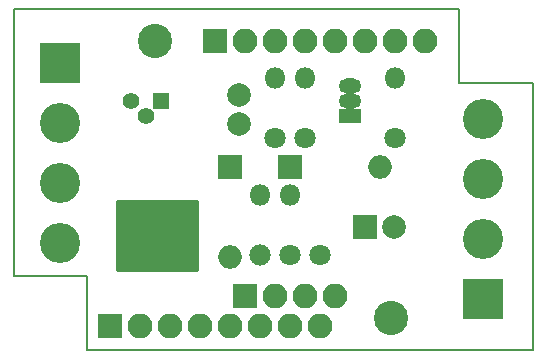
<source format=gbs>
G04 #@! TF.FileFunction,Soldermask,Bot*
%FSLAX46Y46*%
G04 Gerber Fmt 4.6, Leading zero omitted, Abs format (unit mm)*
G04 Created by KiCad (PCBNEW 4.0.7) date 07/23/18 00:18:49*
%MOMM*%
%LPD*%
G01*
G04 APERTURE LIST*
%ADD10C,0.100000*%
%ADD11C,0.150000*%
%ADD12R,2.000000X2.000000*%
%ADD13C,2.000000*%
%ADD14C,1.400000*%
%ADD15R,1.400000X1.400000*%
%ADD16C,3.400000*%
%ADD17R,3.400000X3.400000*%
%ADD18O,2.000000X2.000000*%
%ADD19O,1.900000X1.300000*%
%ADD20R,1.900000X1.300000*%
%ADD21R,2.100000X2.100000*%
%ADD22O,2.100000X2.100000*%
%ADD23C,2.900000*%
%ADD24C,1.800000*%
%ADD25O,1.800000X1.800000*%
%ADD26C,0.254000*%
G04 APERTURE END LIST*
D10*
D11*
X140462000Y-106299000D02*
X140462000Y-83693000D01*
X146685000Y-106299000D02*
X140462000Y-106299000D01*
X146685000Y-112522000D02*
X146685000Y-106299000D01*
X184404000Y-112522000D02*
X146685000Y-112522000D01*
X184404000Y-89916000D02*
X184404000Y-112522000D01*
X178181000Y-89916000D02*
X184404000Y-89916000D01*
X178181000Y-83693000D02*
X178181000Y-89916000D01*
X140462000Y-83693000D02*
X178181000Y-83693000D01*
D12*
X170180000Y-102108000D03*
D13*
X172680000Y-102108000D03*
D14*
X151638000Y-92710000D03*
X150368000Y-91440000D03*
D15*
X152908000Y-91440000D03*
D16*
X144399000Y-93345000D03*
X144399000Y-98425000D03*
D17*
X144399000Y-88265000D03*
D16*
X144399000Y-103505000D03*
D13*
X159512000Y-90932000D03*
X159512000Y-93432000D03*
D12*
X163830000Y-97028000D03*
D18*
X171450000Y-97028000D03*
D12*
X158750000Y-97028000D03*
D18*
X158750000Y-104648000D03*
D16*
X180213000Y-103124000D03*
X180213000Y-98044000D03*
D17*
X180213000Y-108204000D03*
D16*
X180213000Y-92964000D03*
D19*
X168910000Y-91440000D03*
X168910000Y-90170000D03*
D20*
X168910000Y-92710000D03*
D21*
X157480000Y-86360000D03*
D22*
X160020000Y-86360000D03*
X162560000Y-86360000D03*
X165100000Y-86360000D03*
X167640000Y-86360000D03*
X170180000Y-86360000D03*
X172720000Y-86360000D03*
X175260000Y-86360000D03*
D21*
X148590000Y-110490000D03*
D22*
X151130000Y-110490000D03*
X153670000Y-110490000D03*
X156210000Y-110490000D03*
X158750000Y-110490000D03*
X161290000Y-110490000D03*
X163830000Y-110490000D03*
X166370000Y-110490000D03*
D21*
X160020000Y-107950000D03*
D22*
X162560000Y-107950000D03*
X165100000Y-107950000D03*
X167640000Y-107950000D03*
D23*
X152405080Y-86357460D03*
X172399960Y-109862620D03*
D24*
X166370000Y-104521000D03*
D25*
X161290000Y-104521000D03*
D24*
X172720000Y-94615000D03*
D25*
X172720000Y-89535000D03*
D24*
X163830000Y-104521000D03*
D25*
X163830000Y-99441000D03*
D24*
X165100000Y-94615000D03*
D25*
X165100000Y-89535000D03*
D24*
X161290000Y-104521000D03*
D25*
X161290000Y-99441000D03*
D24*
X162560000Y-94615000D03*
D25*
X162560000Y-89535000D03*
D26*
G36*
X155956000Y-105791000D02*
X149225000Y-105791000D01*
X149225000Y-99949000D01*
X155956000Y-99949000D01*
X155956000Y-105791000D01*
X155956000Y-105791000D01*
G37*
X155956000Y-105791000D02*
X149225000Y-105791000D01*
X149225000Y-99949000D01*
X155956000Y-99949000D01*
X155956000Y-105791000D01*
M02*

</source>
